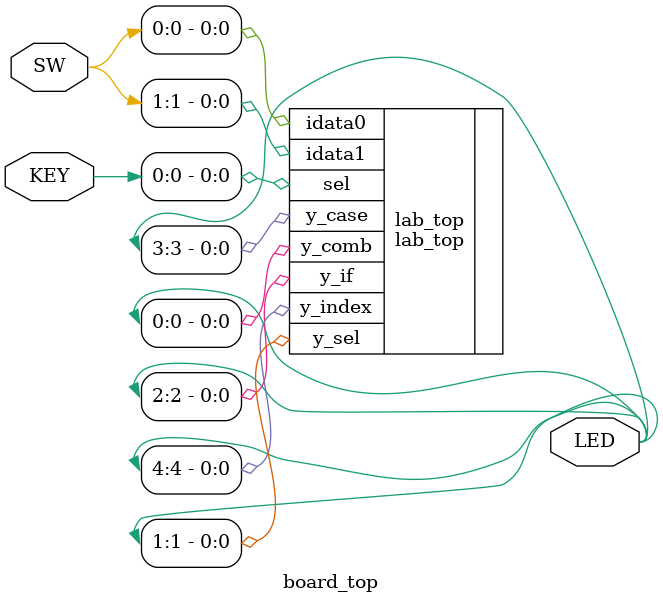
<source format=v>

module board_top
(
    input   [ 1:0]  KEY,
    input   [ 9:0]  SW,
    output  [ 9:0]  LED
);

    lab_top lab_top
    (
        .idata0  ( SW  [0] ),
        .idata1  ( SW  [1] ),
        .sel     ( KEY [0] ),
        .y_comb  ( LED [0] ),
        .y_sel   ( LED [1] ),
        .y_if    ( LED [2] ),
        .y_case  ( LED [3] ),
        .y_index ( LED [4] ) 
    );

endmodule

</source>
